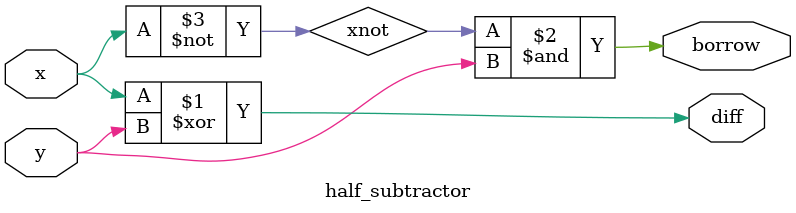
<source format=v>
module full_subtractor_4bit(x, y, Bin, diff, Bout, overflow);//°¡Àå »óÀ§ ¸ðµâÀÎ 4bit full subtractor
   input [3:0] x, y;//4bitÀÇ input x¿Í y
   input Bin;//1bitÀÇ input Bin
   output [3:0] diff;//4bitÀÇ output diff
   output Bout, overflow;//1bitÀÇ output Bout°ú overflow
   
   wire B1, B2, B3;//³×°³ÀÇ full subtractor¸¦ ¿¬°áÇØÁÖ±â À§ÇÑ wire B1, B2, B3
   
   full_subtractor FS1(x[0], y[0], Bin, diff[0], B1);//full_subtractor¿¡ ´ëÇÑ instance FS1
   full_subtractor FS2(x[1], y[1], B1, diff[1], B2);//full_subtractor¿¡ ´ëÇÑ instance FS2
   full_subtractor FS3(x[2], y[2], B2, diff[2], B3);//full_subtractor¿¡ ´ëÇÑ instance FS3
   full_subtractor FS4(x[3], y[3], B3, diff[3], Bout);//full_subtractor¿¡ ´ëÇÑ instance FS4
   xor(overflow, B3, Bout);//overflow detection logic. B3¿Í BoutÀ» XOR gate·Î Ã³¸®, outputÀº overflow
endmodule



module full_subtractor(x, y, Bin, diff, Bout);//full subtractor
   input x, y, Bin;//1bitÀÇ input x, y, Bin
   output diff, Bout;//1bitÀÇ output diff, Bout
   
   wire d1, B1, B2;//µÎ half_subtractor¸¦ ¿¬°áÇØÁÖ±â À§ÇÑ wire d1°ú 
                   //OR gate¿Í µÎ half_subtractor¸¦ ¿¬°áÇØÁÖ±â À§ÇÑ wire B1, B2
   
   half_subtractor HS1(x, y, d1, B1);//half_subtractor¿¡ ´ëÇÑ instance HS1
   half_subtractor HS2(d1, Bin, diff, B2);//half_subtractor¿¡ ´ëÇÑ instance HS2
   or(Bout, B1, B2);//B1°ú B2¸¦ OR gate·Î Ã³¸®, outputÀº Bout
   
endmodule



module half_subtractor(x, y, diff, borrow);//half subtractor
  input x, y;//1bitÀÇ input x, y
  output diff, borrow;//1bitÀÇ output diff, borrow
  wire xnot;//x¸¦ not¿¬»êÇÑ °á°ú¸¦ Àü´ÞÇÒ xnot
  
  xor(diff, x, y);//x¿Í y¸¦ XOR gate·Î ¿¬»ê, outputÀº diff
  not(xnot, x);//x¸¦ NOT gate·Î ¿¬»ê, outputÀº xnot
  and(borrow, xnot, y);//xnot°ú y¸¦ AND gate·Î ¿¬»ê, outputÀº borrow
  
endmodule

</source>
